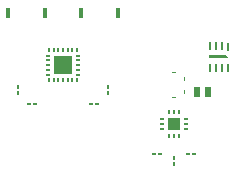
<source format=gtp>
G04*
G04 #@! TF.GenerationSoftware,Altium Limited,Altium Designer,25.8.1 (18)*
G04*
G04 Layer_Color=8421504*
%FSLAX26Y26*%
%MOIN*%
G70*
G04*
G04 #@! TF.SameCoordinates,AB66D781-FBCB-4B57-8275-DC7DE2197C71*
G04*
G04*
G04 #@! TF.FilePolarity,Positive*
G04*
G01*
G75*
%ADD18R,0.012992X0.001000*%
%ADD19R,0.001000X0.012992*%
%ADD20R,0.012950X0.033489*%
%ADD21R,0.010344X0.013941*%
%ADD22R,0.013941X0.010344*%
%ADD23R,0.009842X0.031496*%
%ADD24C,0.008858*%
%ADD25R,0.009842X0.027559*%
%ADD26R,0.039000X0.039000*%
%ADD27R,0.013000X0.010000*%
%ADD28R,0.010000X0.013000*%
%ADD29R,0.059000X0.059000*%
%ADD30R,0.022000X0.033000*%
%ADD31R,0.012992X0.003937*%
G36*
X181024Y242575D02*
X181024Y238638D01*
X118031Y238638D01*
X118031Y248480D01*
X175118Y248480D01*
X181024Y242575D01*
X181024Y242575D02*
G37*
D18*
X197Y191450D02*
D03*
X197Y105055D02*
D03*
D19*
X37140Y170496D02*
D03*
X37140Y126008D02*
D03*
D20*
X-184704Y390225D02*
D03*
X-307972Y390225D02*
D03*
X-431240Y390225D02*
D03*
X-554508Y390225D02*
D03*
D21*
X-219449Y142520D02*
D03*
X-219449Y122496D02*
D03*
X-519764Y142520D02*
D03*
X-519764Y122496D02*
D03*
X-79Y-112910D02*
D03*
X-79Y-92885D02*
D03*
D22*
X-276535Y86079D02*
D03*
X-256511Y86079D02*
D03*
X-462677Y86079D02*
D03*
X-482702Y86079D02*
D03*
X66757Y-79276D02*
D03*
X46732Y-79276D02*
D03*
X-66363Y-79276D02*
D03*
X-46339Y-79276D02*
D03*
D23*
X179055Y278008D02*
D03*
D24*
X149528Y243559D02*
D03*
D25*
X179055Y207142D02*
D03*
X159370Y207142D02*
D03*
X139685Y207142D02*
D03*
X120000Y207142D02*
D03*
X120000Y279976D02*
D03*
X139685Y279976D02*
D03*
X159370Y279976D02*
D03*
D26*
X197Y19779D02*
D03*
D27*
X40197Y35528D02*
D03*
X40197Y19779D02*
D03*
X40197Y4032D02*
D03*
X-39803Y4032D02*
D03*
X-39803Y19779D02*
D03*
X-39803Y35528D02*
D03*
X-320106Y184504D02*
D03*
X-320106Y200252D02*
D03*
X-320106Y216000D02*
D03*
X-320106Y231748D02*
D03*
X-320106Y247496D02*
D03*
X-419106Y247496D02*
D03*
X-419106Y231748D02*
D03*
X-419106Y216000D02*
D03*
X-419106Y200252D02*
D03*
X-419106Y184504D02*
D03*
D28*
X15945Y-20221D02*
D03*
X197Y-20221D02*
D03*
X-15551Y-20221D02*
D03*
X-15551Y59779D02*
D03*
X197Y59779D02*
D03*
X15945Y59779D02*
D03*
X-416850Y166500D02*
D03*
X-401102Y166500D02*
D03*
X-385354Y166500D02*
D03*
X-369606Y166500D02*
D03*
X-353858Y166500D02*
D03*
X-338110Y166500D02*
D03*
X-322362Y166500D02*
D03*
X-322362Y265500D02*
D03*
X-338110Y265500D02*
D03*
X-353858Y265500D02*
D03*
X-369606Y265500D02*
D03*
X-385354Y265500D02*
D03*
X-401102Y265500D02*
D03*
X-416850Y265500D02*
D03*
D29*
X-369606Y216000D02*
D03*
D30*
X114197Y126425D02*
D03*
X76197Y126425D02*
D03*
D31*
X96378Y419740D02*
D03*
M02*

</source>
